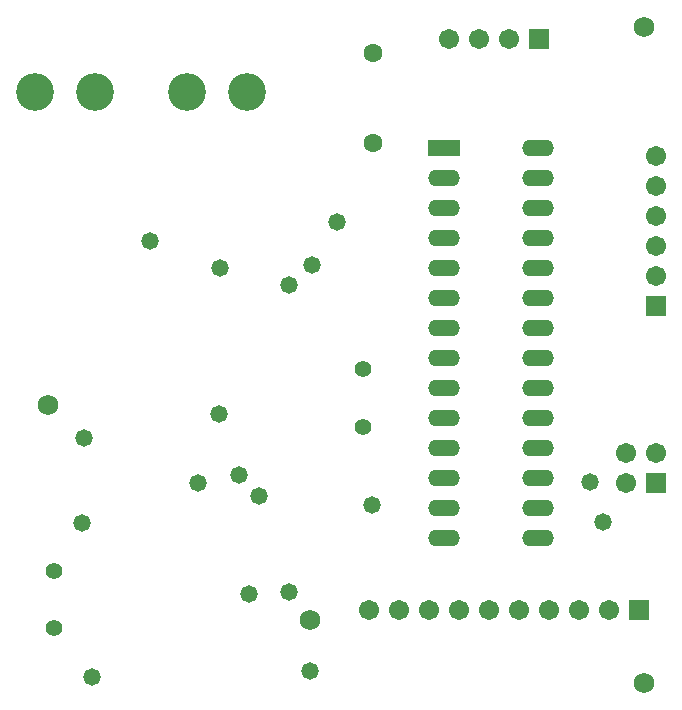
<source format=gbs>
G04 Layer_Color=16711935*
%FSLAX44Y44*%
%MOMM*%
G71*
G01*
G75*
%ADD46C,1.7272*%
%ADD47C,1.7032*%
%ADD48R,1.7032X1.7032*%
%ADD49R,1.7032X1.7032*%
%ADD50C,1.6032*%
%ADD51R,2.7032X1.4032*%
%ADD52O,2.7032X1.4032*%
%ADD53C,1.4032*%
%ADD54C,3.2032*%
%ADD55C,1.4732*%
D46*
X1115000Y880000D02*
D03*
X1620000Y645000D02*
D03*
Y1200000D02*
D03*
X1337250Y698000D02*
D03*
D47*
X1454600Y1190000D02*
D03*
X1480000D02*
D03*
X1505400D02*
D03*
X1630000Y989200D02*
D03*
Y1014600D02*
D03*
Y1040000D02*
D03*
Y1065400D02*
D03*
Y1090800D02*
D03*
X1564350Y706750D02*
D03*
X1386550D02*
D03*
X1411950D02*
D03*
X1437350D02*
D03*
X1462750D02*
D03*
X1488150D02*
D03*
X1513550D02*
D03*
X1538950D02*
D03*
X1589750D02*
D03*
X1604600Y840000D02*
D03*
X1630000D02*
D03*
X1604600Y814600D02*
D03*
D48*
X1530800Y1190000D02*
D03*
X1615150Y706750D02*
D03*
D49*
X1630000Y963800D02*
D03*
Y814600D02*
D03*
D50*
X1390000Y1178100D02*
D03*
Y1101900D02*
D03*
D51*
X1450000Y1097800D02*
D03*
D52*
Y1072400D02*
D03*
Y1047000D02*
D03*
Y1021600D02*
D03*
Y996200D02*
D03*
Y970800D02*
D03*
Y945400D02*
D03*
Y920000D02*
D03*
Y894600D02*
D03*
Y869200D02*
D03*
Y843800D02*
D03*
Y818400D02*
D03*
Y793000D02*
D03*
Y767600D02*
D03*
X1530000Y1097800D02*
D03*
Y1072400D02*
D03*
Y1047000D02*
D03*
Y1021600D02*
D03*
Y996200D02*
D03*
Y970800D02*
D03*
Y945400D02*
D03*
Y920000D02*
D03*
Y894600D02*
D03*
Y869200D02*
D03*
Y843800D02*
D03*
Y818400D02*
D03*
Y793000D02*
D03*
Y767600D02*
D03*
D53*
X1120000Y740000D02*
D03*
Y691200D02*
D03*
X1382000Y910800D02*
D03*
Y862000D02*
D03*
D54*
X1232450Y1145000D02*
D03*
X1283250D02*
D03*
X1104200D02*
D03*
X1155000D02*
D03*
D55*
X1319000Y722250D02*
D03*
X1285250Y720000D02*
D03*
X1338750Y998750D02*
D03*
X1319000Y981750D02*
D03*
X1336500Y655250D02*
D03*
X1242000Y814500D02*
D03*
X1277000Y821000D02*
D03*
X1152500Y649750D02*
D03*
X1144000Y780000D02*
D03*
X1294000Y803250D02*
D03*
X1201000Y1019250D02*
D03*
X1145500Y852500D02*
D03*
X1389000Y796000D02*
D03*
X1261000Y996000D02*
D03*
X1360000Y1035000D02*
D03*
X1260000Y873000D02*
D03*
X1585000Y781000D02*
D03*
X1574000Y815000D02*
D03*
M02*

</source>
